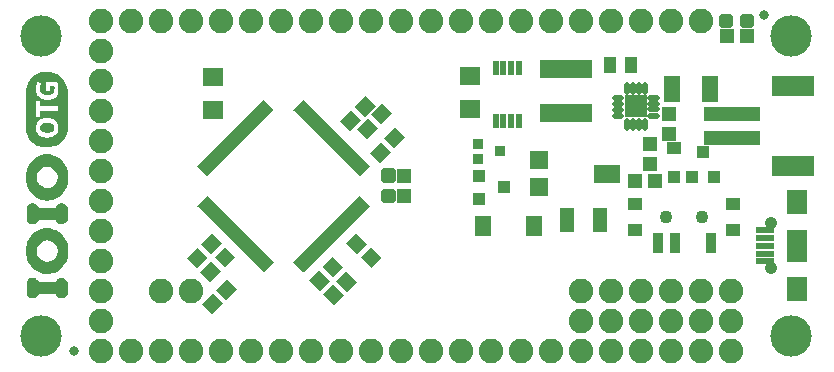
<source format=gbr>
G04 EAGLE Gerber RS-274X export*
G75*
%MOMM*%
%FSLAX34Y34*%
%LPD*%
%INSoldermask Top*%
%IPPOS*%
%AMOC8*
5,1,8,0,0,1.08239X$1,22.5*%
G01*
%ADD10R,0.423200X1.203200*%
%ADD11R,1.303200X1.203200*%
%ADD12R,1.803200X1.603200*%
%ADD13C,2.082800*%
%ADD14R,1.203200X1.303200*%
%ADD15C,3.505200*%
%ADD16C,0.505344*%
%ADD17C,0.483200*%
%ADD18R,1.883200X1.883200*%
%ADD19R,1.103200X1.003200*%
%ADD20R,0.903200X0.903200*%
%ADD21R,1.473200X1.673200*%
%ADD22R,1.203200X2.003200*%
%ADD23R,1.003200X1.403200*%
%ADD24R,1.403200X2.203200*%
%ADD25R,4.403200X1.603200*%
%ADD26R,0.603200X1.303200*%
%ADD27R,1.503200X1.503200*%
%ADD28R,2.203200X1.604800*%
%ADD29R,1.203200X1.003200*%
%ADD30R,0.903200X1.703200*%
%ADD31C,1.103200*%
%ADD32C,0.838200*%
%ADD33R,1.003200X1.103200*%
%ADD34R,1.303200X1.103200*%
%ADD35R,1.103200X1.103200*%
%ADD36R,1.603200X0.603200*%
%ADD37C,1.053200*%
%ADD38R,1.700000X2.000000*%
%ADD39R,1.700000X2.700000*%
%ADD40R,1.703200X2.003200*%
%ADD41R,1.703200X2.703200*%
%ADD42R,4.803200X1.203200*%
%ADD43R,3.603200X1.803200*%

G36*
X32163Y184861D02*
X32163Y184861D01*
X32811Y184871D01*
X32817Y184875D01*
X32821Y184872D01*
X36541Y185702D01*
X36544Y185706D01*
X36547Y185704D01*
X38381Y186392D01*
X38384Y186396D01*
X38387Y186395D01*
X40104Y187337D01*
X40105Y187341D01*
X40108Y187340D01*
X41513Y188333D01*
X41514Y188336D01*
X41516Y188335D01*
X42832Y189442D01*
X42833Y189447D01*
X42836Y189446D01*
X44394Y191097D01*
X44394Y191102D01*
X44398Y191102D01*
X45700Y192962D01*
X45700Y192967D01*
X45704Y192968D01*
X47434Y196338D01*
X47433Y196342D01*
X47436Y196343D01*
X47926Y197702D01*
X47925Y197707D01*
X47928Y197709D01*
X48238Y199119D01*
X48236Y199124D01*
X48239Y199126D01*
X48309Y200046D01*
X48308Y200049D01*
X48309Y200050D01*
X48309Y233450D01*
X48306Y233455D01*
X48309Y233458D01*
X48099Y234818D01*
X48096Y234820D01*
X48098Y234822D01*
X47696Y236463D01*
X47692Y236466D01*
X47694Y236468D01*
X47116Y238057D01*
X47112Y238059D01*
X47114Y238063D01*
X45494Y241193D01*
X45489Y241195D01*
X45490Y241199D01*
X44380Y242764D01*
X44375Y242765D01*
X44376Y242769D01*
X43072Y244176D01*
X43067Y244177D01*
X43067Y244181D01*
X41592Y245408D01*
X41587Y245408D01*
X41586Y245412D01*
X39206Y246912D01*
X39201Y246911D01*
X39200Y246915D01*
X36779Y247990D01*
X36773Y247989D01*
X36772Y247993D01*
X34213Y248678D01*
X34210Y248676D01*
X34209Y248678D01*
X32969Y248908D01*
X32950Y248899D01*
X28480Y248899D01*
X28474Y248895D01*
X28470Y248898D01*
X26025Y248378D01*
X26022Y248375D01*
X26020Y248376D01*
X23635Y247627D01*
X23633Y247623D01*
X23630Y247625D01*
X22076Y246915D01*
X22073Y246910D01*
X22069Y246911D01*
X20643Y245971D01*
X20641Y245966D01*
X20637Y245967D01*
X17677Y243347D01*
X17677Y243343D01*
X17673Y243343D01*
X16343Y241873D01*
X16343Y241869D01*
X16340Y241869D01*
X15641Y240927D01*
X15641Y240924D01*
X15638Y240923D01*
X15038Y239915D01*
X15038Y239911D01*
X15035Y239910D01*
X14495Y238690D01*
X14495Y238688D01*
X14495Y238687D01*
X14494Y238687D01*
X13644Y236337D01*
X13645Y236333D01*
X13642Y236332D01*
X13615Y236225D01*
X13590Y236127D01*
X13453Y235585D01*
X13452Y235585D01*
X13427Y235487D01*
X13290Y234945D01*
X13152Y234403D01*
X13127Y234305D01*
X13022Y233892D01*
X13023Y233891D01*
X13022Y233890D01*
X12912Y233360D01*
X12915Y233353D01*
X12911Y233350D01*
X12911Y201550D01*
X12947Y201503D01*
X12954Y201508D01*
X12960Y201501D01*
X13001Y201501D01*
X13001Y200820D01*
X13004Y200815D01*
X13001Y200812D01*
X13151Y199852D01*
X13152Y199852D01*
X13152Y199851D01*
X13425Y198379D01*
X13427Y198376D01*
X13426Y198374D01*
X13843Y196936D01*
X13846Y196934D01*
X13844Y196932D01*
X14674Y194852D01*
X14679Y194849D01*
X14677Y194846D01*
X16017Y192466D01*
X16022Y192464D01*
X16021Y192460D01*
X17601Y190360D01*
X17605Y190359D01*
X17604Y190356D01*
X18367Y189558D01*
X18372Y189557D01*
X18372Y189554D01*
X19240Y188871D01*
X19242Y188871D01*
X19242Y188870D01*
X21842Y187060D01*
X21844Y187060D01*
X21845Y187058D01*
X22724Y186527D01*
X22730Y186528D01*
X22731Y186523D01*
X23681Y186134D01*
X23683Y186135D01*
X23684Y186134D01*
X26344Y185204D01*
X26346Y185204D01*
X26347Y185203D01*
X27261Y184948D01*
X27264Y184949D01*
X27265Y184949D01*
X27269Y184949D01*
X27270Y184947D01*
X28216Y184861D01*
X28218Y184863D01*
X28220Y184861D01*
X29031Y184861D01*
X29037Y184853D01*
X29044Y184858D01*
X29050Y184851D01*
X32150Y184851D01*
X32163Y184861D01*
G37*
G36*
X31395Y139885D02*
X31395Y139885D01*
X31397Y139883D01*
X33035Y140051D01*
X33038Y140054D01*
X33041Y140052D01*
X35489Y140595D01*
X35492Y140598D01*
X35494Y140596D01*
X37875Y141383D01*
X37878Y141387D01*
X37881Y141385D01*
X39604Y142191D01*
X39607Y142195D01*
X39610Y142194D01*
X41210Y143223D01*
X41212Y143228D01*
X41215Y143227D01*
X42662Y144463D01*
X42663Y144467D01*
X42667Y144467D01*
X44725Y146744D01*
X44725Y146749D01*
X44728Y146749D01*
X46490Y149262D01*
X46490Y149266D01*
X46494Y149267D01*
X47466Y151111D01*
X47465Y151116D01*
X47469Y151117D01*
X48196Y153071D01*
X48195Y153076D01*
X48198Y153077D01*
X48668Y155109D01*
X48667Y155111D01*
X48669Y155112D01*
X49019Y157242D01*
X49016Y157247D01*
X49019Y157250D01*
X49019Y161950D01*
X49016Y161955D01*
X49019Y161958D01*
X48669Y164088D01*
X48667Y164090D01*
X48668Y164091D01*
X48198Y166123D01*
X48194Y166126D01*
X48196Y166129D01*
X47469Y168083D01*
X47465Y168085D01*
X47466Y168089D01*
X46494Y169933D01*
X46489Y169935D01*
X46490Y169938D01*
X44728Y172451D01*
X44724Y172453D01*
X44725Y172456D01*
X42667Y174733D01*
X42662Y174734D01*
X42662Y174737D01*
X41215Y175973D01*
X41210Y175973D01*
X41210Y175977D01*
X39610Y177006D01*
X39605Y177006D01*
X39604Y177010D01*
X37881Y177815D01*
X37877Y177814D01*
X37875Y177817D01*
X35494Y178604D01*
X35490Y178602D01*
X35489Y178605D01*
X33041Y179148D01*
X33037Y179146D01*
X33035Y179149D01*
X31397Y179317D01*
X31393Y179315D01*
X31391Y179318D01*
X29744Y179271D01*
X29741Y179268D01*
X29738Y179270D01*
X28112Y179009D01*
X28109Y179006D01*
X28107Y179008D01*
X25871Y178393D01*
X25869Y178391D01*
X25867Y178392D01*
X23693Y177586D01*
X23691Y177583D01*
X23688Y177584D01*
X22043Y176755D01*
X22040Y176750D01*
X22037Y176751D01*
X20521Y175705D01*
X20519Y175700D01*
X20515Y175701D01*
X19157Y174456D01*
X19156Y174452D01*
X19153Y174452D01*
X17328Y172358D01*
X17328Y172355D01*
X17325Y172355D01*
X15690Y170109D01*
X15690Y170105D01*
X15687Y170105D01*
X14869Y168685D01*
X14870Y168680D01*
X14867Y168679D01*
X14233Y167168D01*
X14235Y167163D01*
X14231Y167162D01*
X13793Y165583D01*
X13794Y165580D01*
X13792Y165579D01*
X13222Y162429D01*
X13222Y162427D01*
X13221Y162426D01*
X12981Y160546D01*
X12983Y160543D01*
X12981Y160541D01*
X12961Y159811D01*
X12965Y159805D01*
X12963Y159803D01*
X12968Y159797D01*
X12963Y159793D01*
X12964Y159791D01*
X12961Y159789D01*
X12981Y158659D01*
X12983Y158656D01*
X12981Y158654D01*
X13221Y156774D01*
X13223Y156772D01*
X13222Y156771D01*
X13792Y153621D01*
X13794Y153619D01*
X13793Y153617D01*
X14231Y152038D01*
X14235Y152035D01*
X14233Y152032D01*
X14867Y150521D01*
X14871Y150519D01*
X14869Y150515D01*
X15687Y149095D01*
X15691Y149094D01*
X15690Y149091D01*
X17325Y146845D01*
X17328Y146844D01*
X17328Y146842D01*
X19153Y144748D01*
X19157Y144747D01*
X19157Y144744D01*
X20515Y143499D01*
X20521Y143499D01*
X20521Y143495D01*
X22037Y142449D01*
X22042Y142449D01*
X22043Y142445D01*
X23688Y141616D01*
X23692Y141617D01*
X23693Y141614D01*
X25867Y140808D01*
X25870Y140809D01*
X25871Y140807D01*
X28107Y140193D01*
X28111Y140194D01*
X28112Y140191D01*
X29738Y139930D01*
X29741Y139932D01*
X29743Y139932D01*
X29744Y139929D01*
X31391Y139882D01*
X31395Y139885D01*
G37*
G36*
X31395Y77485D02*
X31395Y77485D01*
X31397Y77483D01*
X33035Y77651D01*
X33038Y77654D01*
X33041Y77652D01*
X35489Y78195D01*
X35492Y78198D01*
X35494Y78196D01*
X37875Y78983D01*
X37878Y78987D01*
X37881Y78985D01*
X39604Y79791D01*
X39607Y79795D01*
X39610Y79794D01*
X41210Y80823D01*
X41212Y80828D01*
X41215Y80827D01*
X42662Y82063D01*
X42663Y82067D01*
X42667Y82067D01*
X44725Y84344D01*
X44725Y84349D01*
X44728Y84349D01*
X46490Y86862D01*
X46490Y86866D01*
X46494Y86867D01*
X47466Y88711D01*
X47465Y88716D01*
X47469Y88717D01*
X48196Y90671D01*
X48195Y90676D01*
X48198Y90677D01*
X48668Y92709D01*
X48667Y92711D01*
X48669Y92712D01*
X49019Y94842D01*
X49016Y94847D01*
X49019Y94850D01*
X49019Y99550D01*
X49016Y99555D01*
X49019Y99558D01*
X48669Y101688D01*
X48667Y101690D01*
X48668Y101691D01*
X48198Y103723D01*
X48194Y103726D01*
X48196Y103729D01*
X47469Y105683D01*
X47465Y105685D01*
X47466Y105689D01*
X46494Y107533D01*
X46489Y107535D01*
X46490Y107538D01*
X44728Y110051D01*
X44724Y110053D01*
X44725Y110056D01*
X42667Y112333D01*
X42662Y112334D01*
X42662Y112337D01*
X41215Y113573D01*
X41210Y113573D01*
X41210Y113577D01*
X39610Y114606D01*
X39605Y114606D01*
X39604Y114610D01*
X37881Y115415D01*
X37877Y115414D01*
X37875Y115417D01*
X35494Y116204D01*
X35490Y116202D01*
X35489Y116205D01*
X33041Y116748D01*
X33037Y116746D01*
X33035Y116749D01*
X31397Y116917D01*
X31393Y116915D01*
X31391Y116918D01*
X29744Y116871D01*
X29741Y116868D01*
X29738Y116870D01*
X28112Y116609D01*
X28109Y116606D01*
X28107Y116608D01*
X25871Y115993D01*
X25869Y115991D01*
X25867Y115992D01*
X23693Y115186D01*
X23691Y115183D01*
X23688Y115184D01*
X22043Y114355D01*
X22040Y114350D01*
X22037Y114351D01*
X20521Y113305D01*
X20519Y113300D01*
X20515Y113301D01*
X19157Y112056D01*
X19156Y112052D01*
X19153Y112052D01*
X17328Y109958D01*
X17328Y109955D01*
X17325Y109955D01*
X15690Y107709D01*
X15690Y107705D01*
X15687Y107705D01*
X14869Y106285D01*
X14870Y106280D01*
X14867Y106279D01*
X14233Y104768D01*
X14235Y104763D01*
X14231Y104762D01*
X13793Y103183D01*
X13794Y103180D01*
X13792Y103179D01*
X13222Y100029D01*
X13222Y100027D01*
X13221Y100026D01*
X12981Y98146D01*
X12983Y98143D01*
X12981Y98141D01*
X12961Y97411D01*
X12965Y97405D01*
X12963Y97403D01*
X12968Y97397D01*
X12963Y97393D01*
X12964Y97391D01*
X12961Y97389D01*
X12981Y96259D01*
X12983Y96256D01*
X12981Y96254D01*
X13221Y94374D01*
X13223Y94372D01*
X13222Y94371D01*
X13792Y91221D01*
X13794Y91219D01*
X13793Y91217D01*
X14231Y89638D01*
X14235Y89635D01*
X14233Y89632D01*
X14867Y88121D01*
X14871Y88119D01*
X14869Y88115D01*
X15687Y86695D01*
X15691Y86694D01*
X15690Y86691D01*
X17325Y84445D01*
X17328Y84444D01*
X17328Y84442D01*
X19153Y82348D01*
X19157Y82347D01*
X19157Y82344D01*
X20515Y81099D01*
X20521Y81099D01*
X20521Y81095D01*
X22037Y80049D01*
X22042Y80049D01*
X22043Y80045D01*
X23688Y79216D01*
X23692Y79217D01*
X23693Y79214D01*
X25867Y78408D01*
X25870Y78409D01*
X25871Y78407D01*
X28107Y77793D01*
X28111Y77794D01*
X28112Y77791D01*
X29738Y77530D01*
X29741Y77532D01*
X29743Y77532D01*
X29744Y77529D01*
X31391Y77482D01*
X31395Y77485D01*
G37*
G36*
X214277Y79422D02*
X214277Y79422D01*
X214278Y79422D01*
X222762Y87906D01*
X222762Y87908D01*
X222763Y87909D01*
X222763Y87935D01*
X222761Y87937D01*
X222762Y87938D01*
X166756Y143944D01*
X166756Y143967D01*
X166755Y143969D01*
X166755Y143970D01*
X166753Y143970D01*
X166752Y143972D01*
X166750Y143971D01*
X166747Y143971D01*
X158238Y135462D01*
X158238Y135460D01*
X158237Y135459D01*
X158238Y135458D01*
X158238Y135455D01*
X214271Y79422D01*
X214277Y79422D01*
X214277Y79422D01*
G37*
G36*
X295530Y160829D02*
X295530Y160829D01*
X295533Y160829D01*
X304042Y169338D01*
X304042Y169345D01*
X248009Y225378D01*
X248003Y225378D01*
X248002Y225378D01*
X239519Y216894D01*
X239518Y216892D01*
X239517Y216891D01*
X239517Y216865D01*
X239519Y216863D01*
X239519Y216862D01*
X295524Y160856D01*
X295524Y160833D01*
X295525Y160832D01*
X295525Y160830D01*
X295527Y160830D01*
X295528Y160828D01*
X295530Y160829D01*
G37*
G36*
X166727Y160804D02*
X166727Y160804D01*
X166729Y160804D01*
X222735Y216809D01*
X222758Y216809D01*
X222759Y216811D01*
X222761Y216810D01*
X222761Y216812D01*
X222763Y216814D01*
X222761Y216816D01*
X222762Y216818D01*
X214253Y225327D01*
X214246Y225327D01*
X214245Y225327D01*
X158213Y169295D01*
X158213Y169288D01*
X158213Y169287D01*
X166697Y160804D01*
X166699Y160804D01*
X166700Y160802D01*
X166726Y160802D01*
X166727Y160804D01*
G37*
G36*
X248033Y79448D02*
X248033Y79448D01*
X248035Y79448D01*
X304040Y135453D01*
X304063Y135453D01*
X304065Y135454D01*
X304066Y135454D01*
X304067Y135456D01*
X304068Y135458D01*
X304067Y135459D01*
X304067Y135462D01*
X295558Y143971D01*
X295551Y143971D01*
X239518Y87938D01*
X239518Y87932D01*
X239519Y87932D01*
X239518Y87931D01*
X248002Y79448D01*
X248004Y79448D01*
X248006Y79446D01*
X248031Y79446D01*
X248033Y79448D01*
G37*
G36*
X18758Y120127D02*
X18758Y120127D01*
X18760Y120124D01*
X20134Y120231D01*
X20138Y120235D01*
X20141Y120232D01*
X20773Y120379D01*
X20777Y120384D01*
X20781Y120382D01*
X21378Y120638D01*
X21381Y120644D01*
X21385Y120642D01*
X21927Y120999D01*
X21929Y121005D01*
X21933Y121004D01*
X23283Y122254D01*
X23285Y122261D01*
X23290Y122261D01*
X23554Y122629D01*
X23554Y122638D01*
X23560Y122640D01*
X23726Y123062D01*
X23725Y123064D01*
X23727Y123066D01*
X23726Y123067D01*
X23728Y123068D01*
X23861Y123591D01*
X38041Y123591D01*
X38082Y123419D01*
X38087Y123415D01*
X38085Y123411D01*
X38335Y122821D01*
X38338Y122819D01*
X38337Y122817D01*
X38562Y122399D01*
X38568Y122396D01*
X38567Y122391D01*
X38861Y122019D01*
X38866Y122018D01*
X38866Y122015D01*
X39786Y121115D01*
X39791Y121114D01*
X39791Y121110D01*
X40365Y120696D01*
X40373Y120696D01*
X40374Y120690D01*
X41025Y120413D01*
X41033Y120415D01*
X41035Y120409D01*
X41731Y120282D01*
X41736Y120284D01*
X41739Y120281D01*
X43261Y120247D01*
X43264Y120249D01*
X43266Y120247D01*
X44784Y120361D01*
X44788Y120365D01*
X44792Y120362D01*
X45611Y120565D01*
X45616Y120572D01*
X45622Y120569D01*
X46369Y120960D01*
X46373Y120968D01*
X46379Y120967D01*
X47013Y121523D01*
X47014Y121530D01*
X47019Y121530D01*
X48089Y122950D01*
X48089Y122959D01*
X48095Y122960D01*
X48237Y123277D01*
X48234Y123286D01*
X48240Y123290D01*
X48289Y123633D01*
X48286Y123638D01*
X48289Y123640D01*
X48289Y134230D01*
X48280Y134243D01*
X48284Y134252D01*
X47820Y135191D01*
X47813Y135194D01*
X47815Y135199D01*
X47166Y136022D01*
X47159Y136024D01*
X47159Y136029D01*
X46355Y136700D01*
X46347Y136701D01*
X46346Y136706D01*
X45420Y137196D01*
X45413Y137195D01*
X45411Y137200D01*
X44404Y137487D01*
X44397Y137485D01*
X44395Y137489D01*
X43371Y137586D01*
X43366Y137583D01*
X43363Y137586D01*
X42337Y137519D01*
X42332Y137515D01*
X42329Y137518D01*
X41409Y137298D01*
X41404Y137293D01*
X41400Y137295D01*
X40295Y136800D01*
X40291Y136793D01*
X40287Y136795D01*
X39298Y136096D01*
X39295Y136089D01*
X39290Y136090D01*
X38454Y135214D01*
X38454Y135206D01*
X38448Y135206D01*
X38241Y134871D01*
X38241Y134865D01*
X38238Y134863D01*
X38239Y134862D01*
X38236Y134861D01*
X38107Y134488D01*
X38110Y134480D01*
X38105Y134477D01*
X38061Y134085D01*
X38063Y134082D01*
X38061Y134080D01*
X38061Y134029D01*
X23967Y134029D01*
X23907Y134243D01*
X23904Y134246D01*
X23905Y134249D01*
X23674Y134800D01*
X23668Y134803D01*
X23670Y134808D01*
X23341Y135307D01*
X23336Y135309D01*
X23337Y135313D01*
X22642Y136080D01*
X22637Y136080D01*
X22637Y136084D01*
X21852Y136757D01*
X21846Y136758D01*
X21845Y136762D01*
X21205Y137145D01*
X21197Y137144D01*
X21195Y137149D01*
X20488Y137386D01*
X20480Y137384D01*
X20477Y137389D01*
X19735Y137469D01*
X19732Y137467D01*
X19730Y137469D01*
X17780Y137469D01*
X17777Y137467D01*
X17775Y137469D01*
X16838Y137363D01*
X16832Y137358D01*
X16827Y137361D01*
X15937Y137050D01*
X15933Y137043D01*
X15927Y137045D01*
X15129Y136543D01*
X15126Y136536D01*
X15120Y136536D01*
X14454Y135870D01*
X14453Y135862D01*
X14447Y135861D01*
X13945Y135063D01*
X13946Y135055D01*
X13940Y135053D01*
X13629Y134163D01*
X13632Y134155D01*
X13627Y134152D01*
X13521Y133216D01*
X13523Y133212D01*
X13521Y133210D01*
X13531Y123810D01*
X13534Y123806D01*
X13531Y123804D01*
X13551Y123654D01*
X13554Y123650D01*
X13552Y123648D01*
X13642Y123298D01*
X13646Y123295D01*
X13644Y123292D01*
X13721Y123097D01*
X13727Y123094D01*
X13725Y123089D01*
X13839Y122913D01*
X13841Y122913D01*
X13840Y122911D01*
X14860Y121511D01*
X14868Y121509D01*
X14867Y121503D01*
X15577Y120868D01*
X15586Y120867D01*
X15587Y120861D01*
X16431Y120418D01*
X16439Y120420D01*
X16442Y120414D01*
X17369Y120192D01*
X17375Y120195D01*
X17378Y120191D01*
X18754Y120124D01*
X18758Y120127D01*
G37*
G36*
X18758Y57127D02*
X18758Y57127D01*
X18760Y57124D01*
X20134Y57231D01*
X20138Y57235D01*
X20141Y57232D01*
X20773Y57379D01*
X20777Y57384D01*
X20781Y57382D01*
X21378Y57638D01*
X21381Y57644D01*
X21385Y57642D01*
X21927Y57999D01*
X21929Y58005D01*
X21933Y58004D01*
X23283Y59254D01*
X23285Y59261D01*
X23290Y59261D01*
X23554Y59629D01*
X23554Y59638D01*
X23560Y59640D01*
X23726Y60062D01*
X23725Y60064D01*
X23727Y60066D01*
X23726Y60067D01*
X23728Y60068D01*
X23861Y60591D01*
X38041Y60591D01*
X38082Y60419D01*
X38087Y60415D01*
X38085Y60411D01*
X38335Y59821D01*
X38338Y59819D01*
X38337Y59817D01*
X38562Y59399D01*
X38568Y59396D01*
X38567Y59391D01*
X38861Y59019D01*
X38866Y59018D01*
X38866Y59015D01*
X39786Y58115D01*
X39791Y58114D01*
X39791Y58110D01*
X40365Y57696D01*
X40373Y57696D01*
X40374Y57690D01*
X41025Y57413D01*
X41033Y57415D01*
X41035Y57409D01*
X41731Y57282D01*
X41736Y57284D01*
X41739Y57281D01*
X43261Y57247D01*
X43264Y57249D01*
X43266Y57247D01*
X44784Y57361D01*
X44788Y57365D01*
X44792Y57362D01*
X45611Y57565D01*
X45616Y57572D01*
X45622Y57569D01*
X46369Y57960D01*
X46373Y57968D01*
X46379Y57967D01*
X47013Y58523D01*
X47014Y58530D01*
X47019Y58530D01*
X48089Y59950D01*
X48089Y59959D01*
X48095Y59960D01*
X48237Y60277D01*
X48234Y60286D01*
X48240Y60290D01*
X48289Y60633D01*
X48286Y60638D01*
X48289Y60640D01*
X48289Y71230D01*
X48280Y71243D01*
X48284Y71252D01*
X47820Y72191D01*
X47813Y72194D01*
X47815Y72199D01*
X47166Y73022D01*
X47159Y73024D01*
X47159Y73029D01*
X46355Y73700D01*
X46347Y73701D01*
X46346Y73706D01*
X45420Y74196D01*
X45413Y74195D01*
X45411Y74200D01*
X44404Y74487D01*
X44397Y74485D01*
X44395Y74489D01*
X43371Y74586D01*
X43366Y74583D01*
X43363Y74586D01*
X42337Y74519D01*
X42332Y74515D01*
X42329Y74518D01*
X41409Y74298D01*
X41404Y74293D01*
X41400Y74295D01*
X40295Y73800D01*
X40291Y73793D01*
X40287Y73795D01*
X39298Y73096D01*
X39295Y73089D01*
X39290Y73090D01*
X38454Y72214D01*
X38454Y72206D01*
X38448Y72206D01*
X38241Y71871D01*
X38241Y71865D01*
X38238Y71863D01*
X38239Y71862D01*
X38236Y71861D01*
X38107Y71488D01*
X38110Y71480D01*
X38105Y71477D01*
X38061Y71085D01*
X38063Y71082D01*
X38061Y71080D01*
X38061Y71029D01*
X23967Y71029D01*
X23907Y71243D01*
X23904Y71246D01*
X23905Y71249D01*
X23674Y71800D01*
X23668Y71803D01*
X23670Y71808D01*
X23341Y72307D01*
X23336Y72309D01*
X23337Y72313D01*
X22642Y73080D01*
X22637Y73080D01*
X22637Y73084D01*
X21852Y73757D01*
X21846Y73758D01*
X21845Y73762D01*
X21205Y74145D01*
X21197Y74144D01*
X21195Y74149D01*
X20488Y74386D01*
X20480Y74384D01*
X20477Y74389D01*
X19735Y74469D01*
X19732Y74467D01*
X19730Y74469D01*
X17780Y74469D01*
X17777Y74467D01*
X17775Y74469D01*
X16838Y74363D01*
X16832Y74358D01*
X16827Y74361D01*
X15937Y74050D01*
X15933Y74043D01*
X15927Y74045D01*
X15129Y73543D01*
X15126Y73536D01*
X15120Y73536D01*
X14454Y72870D01*
X14453Y72862D01*
X14447Y72861D01*
X13945Y72063D01*
X13946Y72055D01*
X13940Y72053D01*
X13629Y71163D01*
X13632Y71155D01*
X13627Y71152D01*
X13521Y70216D01*
X13523Y70212D01*
X13521Y70210D01*
X13531Y60810D01*
X13534Y60806D01*
X13531Y60804D01*
X13551Y60654D01*
X13554Y60650D01*
X13552Y60648D01*
X13642Y60298D01*
X13646Y60295D01*
X13644Y60292D01*
X13721Y60097D01*
X13727Y60094D01*
X13725Y60089D01*
X13839Y59913D01*
X13841Y59913D01*
X13840Y59911D01*
X14860Y58511D01*
X14868Y58509D01*
X14867Y58503D01*
X15577Y57868D01*
X15586Y57867D01*
X15587Y57861D01*
X16431Y57418D01*
X16439Y57420D01*
X16442Y57414D01*
X17369Y57192D01*
X17375Y57195D01*
X17378Y57191D01*
X18754Y57124D01*
X18758Y57127D01*
G37*
%LPC*%
G36*
X29973Y193229D02*
X29973Y193229D01*
X28348Y193409D01*
X26972Y193703D01*
X25667Y194227D01*
X24470Y194964D01*
X23419Y195892D01*
X21945Y198461D01*
X21629Y199346D01*
X21529Y200283D01*
X21509Y201549D01*
X21609Y203242D01*
X22007Y204735D01*
X22283Y205464D01*
X22700Y206121D01*
X23696Y207317D01*
X24070Y207689D01*
X24488Y208009D01*
X25644Y208682D01*
X26876Y209203D01*
X27856Y209472D01*
X28866Y209601D01*
X28867Y209601D01*
X29325Y209665D01*
X29329Y209669D01*
X29333Y209667D01*
X29767Y209801D01*
X32456Y209801D01*
X34350Y209502D01*
X35443Y209238D01*
X36478Y208804D01*
X37431Y208210D01*
X38163Y207603D01*
X38822Y206918D01*
X39583Y205838D01*
X40119Y204632D01*
X40411Y203343D01*
X40511Y201550D01*
X40461Y200446D01*
X40162Y198762D01*
X39827Y197791D01*
X39333Y196889D01*
X38694Y196084D01*
X37511Y195022D01*
X36167Y194174D01*
X34965Y193684D01*
X33692Y193419D01*
X32037Y193229D01*
X29973Y193229D01*
G37*
%LPD*%
%LPC*%
G36*
X30159Y150635D02*
X30159Y150635D01*
X29120Y150829D01*
X28131Y151205D01*
X26842Y151902D01*
X25620Y152709D01*
X24754Y153466D01*
X24041Y154368D01*
X22765Y156561D01*
X22445Y157379D01*
X22299Y158246D01*
X22199Y159793D01*
X22197Y159796D01*
X22197Y159797D01*
X22193Y159802D01*
X22199Y159806D01*
X22299Y160954D01*
X22445Y161821D01*
X22765Y162639D01*
X24041Y164832D01*
X24754Y165734D01*
X25620Y166491D01*
X26842Y167298D01*
X28131Y167995D01*
X29120Y168371D01*
X30159Y168565D01*
X31216Y168571D01*
X33439Y168222D01*
X34280Y167956D01*
X35070Y167563D01*
X35789Y167052D01*
X37644Y165376D01*
X38522Y164307D01*
X39144Y163072D01*
X39801Y160791D01*
X39929Y159600D01*
X39801Y158409D01*
X39789Y158365D01*
X39789Y158364D01*
X39774Y158315D01*
X39732Y158168D01*
X39732Y158167D01*
X39718Y158118D01*
X39703Y158069D01*
X39661Y157921D01*
X39647Y157872D01*
X39632Y157823D01*
X39604Y157724D01*
X39590Y157675D01*
X39576Y157626D01*
X39533Y157478D01*
X39519Y157429D01*
X39505Y157380D01*
X39505Y157379D01*
X39462Y157232D01*
X39448Y157183D01*
X39448Y157182D01*
X39405Y157035D01*
X39391Y156986D01*
X39391Y156985D01*
X39377Y156936D01*
X39334Y156789D01*
X39334Y156788D01*
X39320Y156739D01*
X39306Y156690D01*
X39278Y156592D01*
X39278Y156591D01*
X39263Y156542D01*
X39249Y156493D01*
X39207Y156345D01*
X39192Y156296D01*
X39178Y156247D01*
X39150Y156148D01*
X39144Y156128D01*
X38522Y154893D01*
X37644Y153824D01*
X35789Y152148D01*
X35070Y151637D01*
X34280Y151244D01*
X33439Y150978D01*
X31216Y150629D01*
X30159Y150635D01*
G37*
%LPD*%
%LPC*%
G36*
X30159Y88235D02*
X30159Y88235D01*
X29120Y88429D01*
X28131Y88805D01*
X26842Y89502D01*
X25620Y90309D01*
X24754Y91066D01*
X24041Y91968D01*
X22765Y94161D01*
X22445Y94979D01*
X22299Y95846D01*
X22199Y97393D01*
X22197Y97396D01*
X22197Y97397D01*
X22193Y97402D01*
X22199Y97406D01*
X22299Y98554D01*
X22445Y99421D01*
X22765Y100239D01*
X24041Y102432D01*
X24754Y103334D01*
X25620Y104091D01*
X26842Y104898D01*
X28131Y105595D01*
X29120Y105971D01*
X30159Y106165D01*
X31216Y106171D01*
X33439Y105822D01*
X34280Y105556D01*
X35070Y105163D01*
X35789Y104652D01*
X37644Y102976D01*
X38522Y101907D01*
X39144Y100672D01*
X39801Y98391D01*
X39929Y97200D01*
X39801Y96009D01*
X39789Y95965D01*
X39789Y95964D01*
X39774Y95915D01*
X39732Y95768D01*
X39732Y95767D01*
X39718Y95718D01*
X39703Y95669D01*
X39661Y95521D01*
X39647Y95472D01*
X39632Y95423D01*
X39604Y95324D01*
X39590Y95275D01*
X39576Y95226D01*
X39533Y95078D01*
X39519Y95029D01*
X39505Y94980D01*
X39505Y94979D01*
X39462Y94832D01*
X39448Y94783D01*
X39448Y94782D01*
X39405Y94635D01*
X39391Y94586D01*
X39391Y94585D01*
X39377Y94536D01*
X39334Y94389D01*
X39334Y94388D01*
X39320Y94339D01*
X39306Y94290D01*
X39278Y94192D01*
X39278Y94191D01*
X39263Y94142D01*
X39249Y94093D01*
X39207Y93945D01*
X39192Y93896D01*
X39178Y93847D01*
X39150Y93748D01*
X39144Y93728D01*
X38522Y92493D01*
X37644Y91424D01*
X35789Y89748D01*
X35070Y89237D01*
X34280Y88844D01*
X33439Y88578D01*
X31216Y88229D01*
X30159Y88235D01*
G37*
%LPD*%
%LPC*%
G36*
X29087Y225409D02*
X29087Y225409D01*
X27707Y225705D01*
X26403Y226244D01*
X24849Y227258D01*
X23518Y228552D01*
X22766Y229608D01*
X22201Y230775D01*
X21838Y232022D01*
X21609Y233155D01*
X21589Y233951D01*
X21589Y235767D01*
X21719Y236982D01*
X22127Y238816D01*
X22748Y240503D01*
X25817Y239115D01*
X25504Y238338D01*
X25505Y238337D01*
X25504Y238336D01*
X25114Y237216D01*
X25114Y237213D01*
X25112Y237212D01*
X25023Y236862D01*
X25025Y236857D01*
X25021Y236854D01*
X24991Y236494D01*
X24993Y236491D01*
X24991Y236490D01*
X24991Y233570D01*
X25007Y233549D01*
X25005Y233535D01*
X25080Y233460D01*
X25210Y233230D01*
X25251Y232964D01*
X25295Y232583D01*
X25302Y232575D01*
X25298Y232569D01*
X25449Y232216D01*
X25458Y232211D01*
X25457Y232204D01*
X25702Y231909D01*
X25704Y231908D01*
X25704Y231907D01*
X26634Y230887D01*
X26635Y230887D01*
X26635Y230885D01*
X27086Y230433D01*
X27096Y230431D01*
X27097Y230424D01*
X27656Y230117D01*
X27664Y230118D01*
X27666Y230113D01*
X29199Y229668D01*
X29204Y229671D01*
X29206Y229667D01*
X30789Y229465D01*
X30794Y229468D01*
X30797Y229465D01*
X32391Y229511D01*
X32394Y229513D01*
X32396Y229511D01*
X33296Y229621D01*
X33299Y229624D01*
X33301Y229622D01*
X34151Y229810D01*
X34155Y229814D01*
X34159Y229812D01*
X34968Y230134D01*
X34971Y230140D01*
X34976Y230138D01*
X35662Y230556D01*
X35665Y230562D01*
X35669Y230561D01*
X36273Y231093D01*
X36274Y231100D01*
X36279Y231100D01*
X36604Y231534D01*
X36604Y231542D01*
X36610Y231544D01*
X36825Y232040D01*
X36824Y232045D01*
X36827Y232046D01*
X37187Y233246D01*
X37184Y233255D01*
X37189Y233260D01*
X37209Y235450D01*
X37205Y235455D01*
X37208Y235459D01*
X37008Y236559D01*
X36965Y236599D01*
X36962Y236596D01*
X36960Y236599D01*
X33360Y236599D01*
X33313Y236563D01*
X33318Y236556D01*
X33311Y236550D01*
X33311Y233099D01*
X29809Y233099D01*
X29809Y240601D01*
X39388Y240601D01*
X39852Y239217D01*
X40282Y237121D01*
X40511Y235646D01*
X40511Y233452D01*
X40401Y231898D01*
X40307Y231552D01*
X39964Y230287D01*
X39387Y229063D01*
X38902Y228234D01*
X38256Y227528D01*
X37474Y226972D01*
X36226Y226322D01*
X34924Y225787D01*
X33773Y225457D01*
X32587Y225299D01*
X30834Y225275D01*
X29087Y225409D01*
G37*
%LPD*%
%LPC*%
G36*
X21809Y210999D02*
X21809Y210999D01*
X21809Y224201D01*
X25111Y224201D01*
X25111Y219650D01*
X25147Y219603D01*
X25154Y219608D01*
X25160Y219601D01*
X40311Y219601D01*
X40311Y215599D01*
X25160Y215599D01*
X25113Y215563D01*
X25118Y215556D01*
X25111Y215550D01*
X25111Y210999D01*
X21809Y210999D01*
G37*
%LPD*%
G36*
X32415Y197375D02*
X32415Y197375D01*
X32419Y197372D01*
X33719Y197602D01*
X33723Y197606D01*
X33726Y197603D01*
X35276Y198133D01*
X35283Y198143D01*
X35290Y198141D01*
X36420Y199021D01*
X36421Y199025D01*
X36424Y199025D01*
X36573Y199170D01*
X36574Y199178D01*
X36580Y199179D01*
X36692Y199353D01*
X36691Y199361D01*
X36696Y199362D01*
X37136Y200512D01*
X37133Y200521D01*
X37139Y200524D01*
X37179Y200874D01*
X37176Y200879D01*
X37179Y200881D01*
X37149Y202341D01*
X37145Y202346D01*
X37148Y202350D01*
X37031Y202929D01*
X37025Y202934D01*
X37028Y202939D01*
X36791Y203480D01*
X36784Y203484D01*
X36786Y203490D01*
X36440Y203969D01*
X36437Y203970D01*
X36438Y203972D01*
X36338Y204092D01*
X36099Y204381D01*
X36092Y204383D01*
X36092Y204389D01*
X35798Y204622D01*
X35790Y204622D01*
X35789Y204628D01*
X35452Y204794D01*
X35450Y204794D01*
X35450Y204795D01*
X34450Y205245D01*
X34444Y205243D01*
X34442Y205248D01*
X33502Y205488D01*
X33496Y205485D01*
X33494Y205489D01*
X31296Y205660D01*
X31293Y205658D01*
X31291Y205661D01*
X29088Y205579D01*
X29083Y205575D01*
X29080Y205578D01*
X27744Y205301D01*
X27738Y205295D01*
X27733Y205298D01*
X26490Y204735D01*
X26486Y204727D01*
X26480Y204729D01*
X25911Y204291D01*
X25908Y204283D01*
X25902Y204283D01*
X25454Y203722D01*
X25453Y203714D01*
X25447Y203712D01*
X25145Y203061D01*
X25147Y203054D01*
X25142Y203052D01*
X25022Y202552D01*
X25026Y202544D01*
X25021Y202540D01*
X25021Y201670D01*
X25013Y201663D01*
X25018Y201656D01*
X25011Y201650D01*
X25011Y200250D01*
X25020Y200238D01*
X25016Y200229D01*
X25396Y199429D01*
X25400Y199426D01*
X25399Y199423D01*
X25710Y198955D01*
X25719Y198951D01*
X25719Y198944D01*
X26148Y198582D01*
X26156Y198582D01*
X26157Y198577D01*
X27457Y197877D01*
X27462Y197877D01*
X27463Y197874D01*
X28020Y197672D01*
X28026Y197674D01*
X28028Y197670D01*
X28611Y197562D01*
X28612Y197562D01*
X28613Y197561D01*
X29631Y197406D01*
X29657Y197373D01*
X29664Y197378D01*
X29670Y197371D01*
X32410Y197371D01*
X32415Y197375D01*
G37*
D10*
G36*
X161208Y132508D02*
X158215Y135501D01*
X166722Y144008D01*
X169715Y141015D01*
X161208Y132508D01*
G37*
G36*
X164743Y128972D02*
X161750Y131965D01*
X170257Y140472D01*
X173250Y137479D01*
X164743Y128972D01*
G37*
G36*
X168279Y125437D02*
X165286Y128430D01*
X173793Y136937D01*
X176786Y133944D01*
X168279Y125437D01*
G37*
G36*
X171814Y121901D02*
X168821Y124894D01*
X177328Y133401D01*
X180321Y130408D01*
X171814Y121901D01*
G37*
G36*
X175350Y118366D02*
X172357Y121359D01*
X180864Y129866D01*
X183857Y126873D01*
X175350Y118366D01*
G37*
G36*
X178886Y114830D02*
X175893Y117823D01*
X184400Y126330D01*
X187393Y123337D01*
X178886Y114830D01*
G37*
G36*
X182421Y111295D02*
X179428Y114288D01*
X187935Y122795D01*
X190928Y119802D01*
X182421Y111295D01*
G37*
G36*
X185957Y107759D02*
X182964Y110752D01*
X191471Y119259D01*
X194464Y116266D01*
X185957Y107759D01*
G37*
G36*
X189492Y104224D02*
X186499Y107217D01*
X195006Y115724D01*
X197999Y112731D01*
X189492Y104224D01*
G37*
G36*
X193028Y100688D02*
X190035Y103681D01*
X198542Y112188D01*
X201535Y109195D01*
X193028Y100688D01*
G37*
G36*
X196563Y97153D02*
X193570Y100146D01*
X202077Y108653D01*
X205070Y105660D01*
X196563Y97153D01*
G37*
G36*
X200099Y93617D02*
X197106Y96610D01*
X205613Y105117D01*
X208606Y102124D01*
X200099Y93617D01*
G37*
G36*
X203634Y90081D02*
X200641Y93074D01*
X209148Y101581D01*
X212141Y98588D01*
X203634Y90081D01*
G37*
G36*
X207170Y86546D02*
X204177Y89539D01*
X212684Y98046D01*
X215677Y95053D01*
X207170Y86546D01*
G37*
G36*
X210705Y83010D02*
X207712Y86003D01*
X216219Y94510D01*
X219212Y91517D01*
X210705Y83010D01*
G37*
G36*
X214241Y79475D02*
X211248Y82468D01*
X219755Y90975D01*
X222748Y87982D01*
X214241Y79475D01*
G37*
G36*
X251032Y82468D02*
X248039Y79475D01*
X239532Y87982D01*
X242525Y90975D01*
X251032Y82468D01*
G37*
G36*
X254568Y86003D02*
X251575Y83010D01*
X243068Y91517D01*
X246061Y94510D01*
X254568Y86003D01*
G37*
G36*
X258103Y89539D02*
X255110Y86546D01*
X246603Y95053D01*
X249596Y98046D01*
X258103Y89539D01*
G37*
G36*
X261639Y93074D02*
X258646Y90081D01*
X250139Y98588D01*
X253132Y101581D01*
X261639Y93074D01*
G37*
G36*
X265174Y96610D02*
X262181Y93617D01*
X253674Y102124D01*
X256667Y105117D01*
X265174Y96610D01*
G37*
G36*
X268710Y100146D02*
X265717Y97153D01*
X257210Y105660D01*
X260203Y108653D01*
X268710Y100146D01*
G37*
G36*
X272245Y103681D02*
X269252Y100688D01*
X260745Y109195D01*
X263738Y112188D01*
X272245Y103681D01*
G37*
G36*
X275781Y107217D02*
X272788Y104224D01*
X264281Y112731D01*
X267274Y115724D01*
X275781Y107217D01*
G37*
G36*
X279316Y110752D02*
X276323Y107759D01*
X267816Y116266D01*
X270809Y119259D01*
X279316Y110752D01*
G37*
G36*
X282852Y114288D02*
X279859Y111295D01*
X271352Y119802D01*
X274345Y122795D01*
X282852Y114288D01*
G37*
G36*
X286387Y117823D02*
X283394Y114830D01*
X274887Y123337D01*
X277880Y126330D01*
X286387Y117823D01*
G37*
G36*
X289923Y121359D02*
X286930Y118366D01*
X278423Y126873D01*
X281416Y129866D01*
X289923Y121359D01*
G37*
G36*
X293459Y124894D02*
X290466Y121901D01*
X281959Y130408D01*
X284952Y133401D01*
X293459Y124894D01*
G37*
G36*
X296994Y128430D02*
X294001Y125437D01*
X285494Y133944D01*
X288487Y136937D01*
X296994Y128430D01*
G37*
G36*
X300530Y131965D02*
X297537Y128972D01*
X289030Y137479D01*
X292023Y140472D01*
X300530Y131965D01*
G37*
G36*
X304065Y135501D02*
X301072Y132508D01*
X292565Y141015D01*
X295558Y144008D01*
X304065Y135501D01*
G37*
G36*
X301072Y172292D02*
X304065Y169299D01*
X295558Y160792D01*
X292565Y163785D01*
X301072Y172292D01*
G37*
G36*
X297537Y175828D02*
X300530Y172835D01*
X292023Y164328D01*
X289030Y167321D01*
X297537Y175828D01*
G37*
G36*
X294001Y179363D02*
X296994Y176370D01*
X288487Y167863D01*
X285494Y170856D01*
X294001Y179363D01*
G37*
G36*
X290466Y182899D02*
X293459Y179906D01*
X284952Y171399D01*
X281959Y174392D01*
X290466Y182899D01*
G37*
G36*
X286930Y186434D02*
X289923Y183441D01*
X281416Y174934D01*
X278423Y177927D01*
X286930Y186434D01*
G37*
G36*
X283394Y189970D02*
X286387Y186977D01*
X277880Y178470D01*
X274887Y181463D01*
X283394Y189970D01*
G37*
G36*
X279859Y193505D02*
X282852Y190512D01*
X274345Y182005D01*
X271352Y184998D01*
X279859Y193505D01*
G37*
G36*
X276323Y197041D02*
X279316Y194048D01*
X270809Y185541D01*
X267816Y188534D01*
X276323Y197041D01*
G37*
G36*
X272788Y200576D02*
X275781Y197583D01*
X267274Y189076D01*
X264281Y192069D01*
X272788Y200576D01*
G37*
G36*
X269252Y204112D02*
X272245Y201119D01*
X263738Y192612D01*
X260745Y195605D01*
X269252Y204112D01*
G37*
G36*
X265717Y207647D02*
X268710Y204654D01*
X260203Y196147D01*
X257210Y199140D01*
X265717Y207647D01*
G37*
G36*
X262181Y211183D02*
X265174Y208190D01*
X256667Y199683D01*
X253674Y202676D01*
X262181Y211183D01*
G37*
G36*
X258646Y214719D02*
X261639Y211726D01*
X253132Y203219D01*
X250139Y206212D01*
X258646Y214719D01*
G37*
G36*
X255110Y218254D02*
X258103Y215261D01*
X249596Y206754D01*
X246603Y209747D01*
X255110Y218254D01*
G37*
G36*
X251575Y221790D02*
X254568Y218797D01*
X246061Y210290D01*
X243068Y213283D01*
X251575Y221790D01*
G37*
G36*
X248039Y225325D02*
X251032Y222332D01*
X242525Y213825D01*
X239532Y216818D01*
X248039Y225325D01*
G37*
G36*
X211248Y222332D02*
X214241Y225325D01*
X222748Y216818D01*
X219755Y213825D01*
X211248Y222332D01*
G37*
G36*
X207712Y218797D02*
X210705Y221790D01*
X219212Y213283D01*
X216219Y210290D01*
X207712Y218797D01*
G37*
G36*
X204177Y215261D02*
X207170Y218254D01*
X215677Y209747D01*
X212684Y206754D01*
X204177Y215261D01*
G37*
G36*
X200641Y211726D02*
X203634Y214719D01*
X212141Y206212D01*
X209148Y203219D01*
X200641Y211726D01*
G37*
G36*
X197106Y208190D02*
X200099Y211183D01*
X208606Y202676D01*
X205613Y199683D01*
X197106Y208190D01*
G37*
G36*
X193570Y204654D02*
X196563Y207647D01*
X205070Y199140D01*
X202077Y196147D01*
X193570Y204654D01*
G37*
G36*
X190035Y201119D02*
X193028Y204112D01*
X201535Y195605D01*
X198542Y192612D01*
X190035Y201119D01*
G37*
G36*
X186499Y197583D02*
X189492Y200576D01*
X197999Y192069D01*
X195006Y189076D01*
X186499Y197583D01*
G37*
G36*
X182964Y194048D02*
X185957Y197041D01*
X194464Y188534D01*
X191471Y185541D01*
X182964Y194048D01*
G37*
G36*
X179428Y190512D02*
X182421Y193505D01*
X190928Y184998D01*
X187935Y182005D01*
X179428Y190512D01*
G37*
G36*
X175893Y186977D02*
X178886Y189970D01*
X187393Y181463D01*
X184400Y178470D01*
X175893Y186977D01*
G37*
G36*
X172357Y183441D02*
X175350Y186434D01*
X183857Y177927D01*
X180864Y174934D01*
X172357Y183441D01*
G37*
G36*
X168821Y179906D02*
X171814Y182899D01*
X180321Y174392D01*
X177328Y171399D01*
X168821Y179906D01*
G37*
G36*
X165286Y176370D02*
X168279Y179363D01*
X176786Y170856D01*
X173793Y167863D01*
X165286Y176370D01*
G37*
G36*
X161750Y172835D02*
X164743Y175828D01*
X173250Y167321D01*
X170257Y164328D01*
X161750Y172835D01*
G37*
G36*
X158215Y169299D02*
X161208Y172292D01*
X169715Y163785D01*
X166722Y160792D01*
X158215Y169299D01*
G37*
D11*
G36*
X262028Y63456D02*
X252814Y72670D01*
X261322Y81178D01*
X270536Y71964D01*
X262028Y63456D01*
G37*
G36*
X274049Y51435D02*
X264835Y60649D01*
X273343Y69157D01*
X282557Y59943D01*
X274049Y51435D01*
G37*
G36*
X310953Y201607D02*
X301739Y192393D01*
X293231Y200901D01*
X302445Y210115D01*
X310953Y201607D01*
G37*
G36*
X322973Y213627D02*
X313759Y204413D01*
X305251Y212921D01*
X314465Y222135D01*
X322973Y213627D01*
G37*
G36*
X293555Y94685D02*
X284341Y103899D01*
X292849Y112407D01*
X302063Y103193D01*
X293555Y94685D01*
G37*
G36*
X305575Y82665D02*
X296361Y91879D01*
X304869Y100387D01*
X314083Y91173D01*
X305575Y82665D01*
G37*
G36*
X174287Y64152D02*
X183501Y73366D01*
X192009Y64858D01*
X182795Y55644D01*
X174287Y64152D01*
G37*
G36*
X162266Y52131D02*
X171480Y61345D01*
X179988Y52837D01*
X170774Y43623D01*
X162266Y52131D01*
G37*
D12*
X171196Y244886D03*
X171196Y216886D03*
D11*
G36*
X178365Y80449D02*
X169151Y71235D01*
X160643Y79743D01*
X169857Y88957D01*
X178365Y80449D01*
G37*
G36*
X190385Y92469D02*
X181171Y83255D01*
X172663Y91763D01*
X181877Y100977D01*
X190385Y92469D01*
G37*
G36*
X322129Y181287D02*
X312915Y172073D01*
X304407Y180581D01*
X313621Y189795D01*
X322129Y181287D01*
G37*
G36*
X334149Y193307D02*
X324935Y184093D01*
X316427Y192601D01*
X325641Y201815D01*
X334149Y193307D01*
G37*
D13*
X508000Y63500D03*
X508000Y38100D03*
X508000Y12700D03*
X533400Y63500D03*
X533400Y38100D03*
X533400Y12700D03*
X558800Y63500D03*
X558800Y38100D03*
X558800Y12700D03*
D14*
X332740Y160900D03*
X332740Y143900D03*
D11*
G36*
X161487Y102939D02*
X170701Y112153D01*
X179209Y103645D01*
X169995Y94431D01*
X161487Y102939D01*
G37*
G36*
X149467Y90919D02*
X158681Y100133D01*
X167189Y91625D01*
X157975Y82411D01*
X149467Y90919D01*
G37*
D15*
X660400Y279400D03*
X660400Y25400D03*
X25400Y279400D03*
X25400Y25400D03*
D16*
X316550Y147120D02*
X323530Y147120D01*
X323530Y140140D01*
X316550Y140140D01*
X316550Y147120D01*
X316550Y144940D02*
X323530Y144940D01*
X323530Y164660D02*
X316550Y164660D01*
X323530Y164660D02*
X323530Y157680D01*
X316550Y157680D01*
X316550Y164660D01*
X316550Y162480D02*
X323530Y162480D01*
D13*
X584200Y63500D03*
X584200Y38100D03*
X584200Y12700D03*
D11*
X623180Y279400D03*
X606180Y279400D03*
D16*
X609400Y288610D02*
X609400Y295590D01*
X609400Y288610D02*
X602420Y288610D01*
X602420Y295590D01*
X609400Y295590D01*
X609400Y293410D02*
X602420Y293410D01*
X626940Y295590D02*
X626940Y288610D01*
X619960Y288610D01*
X619960Y295590D01*
X626940Y295590D01*
X626940Y293410D02*
X619960Y293410D01*
D13*
X127000Y63500D03*
X482600Y12700D03*
X482600Y38100D03*
X482600Y63500D03*
D17*
X511499Y227007D02*
X517199Y227007D01*
X517199Y222032D02*
X511499Y222032D01*
X511448Y217007D02*
X517148Y217007D01*
X517173Y211769D02*
X511473Y211769D01*
X521938Y207226D02*
X521938Y201526D01*
X526938Y201526D02*
X526938Y207226D01*
X532217Y207226D02*
X532217Y201526D01*
X537217Y201526D02*
X537217Y207226D01*
X541769Y211804D02*
X547469Y211804D01*
X547419Y217058D02*
X541719Y217058D01*
X541719Y222058D02*
X547419Y222058D01*
X547393Y227058D02*
X541693Y227058D01*
X537166Y231839D02*
X537166Y237539D01*
X532166Y237539D02*
X532166Y231839D01*
X527115Y231839D02*
X527115Y237539D01*
X522166Y237539D02*
X522166Y231839D01*
D18*
X529497Y219583D03*
D19*
X396400Y160630D03*
X396400Y141630D03*
X417400Y151130D03*
D20*
X395880Y188110D03*
X395880Y175110D03*
X414380Y181610D03*
D21*
X443140Y118110D03*
X400140Y118110D03*
D22*
X499140Y123190D03*
X471140Y123190D03*
D11*
G36*
X296983Y207957D02*
X287769Y198743D01*
X279261Y207251D01*
X288475Y216465D01*
X296983Y207957D01*
G37*
G36*
X309003Y219977D02*
X299789Y210763D01*
X291281Y219271D01*
X300495Y228485D01*
X309003Y219977D01*
G37*
D12*
X388620Y217140D03*
X388620Y245140D03*
D23*
X507255Y255067D03*
X525255Y255067D03*
D14*
X541020Y187621D03*
X541020Y170621D03*
D24*
X559970Y234264D03*
X591970Y234264D03*
D25*
X470052Y214266D03*
X470052Y251266D03*
D26*
X430120Y252370D03*
X423620Y252370D03*
X417120Y252370D03*
X410620Y252370D03*
X410620Y207370D03*
X417120Y207370D03*
X423620Y207370D03*
X430120Y207370D03*
D13*
X457200Y12700D03*
X431800Y12700D03*
X406400Y12700D03*
X381000Y12700D03*
X355600Y12700D03*
X330200Y12700D03*
X304800Y12700D03*
X279400Y12700D03*
X254000Y12700D03*
X228600Y12700D03*
X203200Y12700D03*
X177800Y12700D03*
X152400Y12700D03*
X127000Y12700D03*
X101600Y12700D03*
X76200Y12700D03*
X558800Y292100D03*
X533400Y292100D03*
X508000Y292100D03*
X482600Y292100D03*
X457200Y292100D03*
X431800Y292100D03*
X406400Y292100D03*
X381000Y292100D03*
X355600Y292100D03*
X330200Y292100D03*
X304800Y292100D03*
X279400Y292100D03*
X254000Y292100D03*
X228600Y292100D03*
X203200Y292100D03*
X177800Y292100D03*
X152400Y292100D03*
X127000Y292100D03*
X101600Y292100D03*
X609600Y12700D03*
X609600Y38100D03*
X609600Y63500D03*
X584200Y292100D03*
D27*
X447040Y151060D03*
D28*
X504825Y162560D03*
D27*
X447040Y174060D03*
D11*
G36*
X273068Y74830D02*
X263854Y84044D01*
X272362Y92552D01*
X281576Y83338D01*
X273068Y74830D01*
G37*
G36*
X285089Y62809D02*
X275875Y72023D01*
X284383Y80531D01*
X293597Y71317D01*
X285089Y62809D01*
G37*
D29*
X611730Y115365D03*
X611730Y137365D03*
X528730Y137365D03*
X528730Y115365D03*
D30*
X592730Y103865D03*
X562730Y103865D03*
X547730Y103865D03*
D31*
X585230Y126365D03*
X555230Y126365D03*
D13*
X76200Y38100D03*
X76200Y63500D03*
X76200Y88900D03*
X76200Y114300D03*
X76200Y139700D03*
X76200Y165100D03*
X76200Y190500D03*
X76200Y215900D03*
X76200Y241300D03*
X76200Y266700D03*
X76200Y292100D03*
X152400Y63500D03*
D32*
X53340Y12700D03*
X637540Y297180D03*
D33*
X576757Y160180D03*
X595757Y160180D03*
X586257Y181180D03*
D11*
X545862Y156134D03*
X528862Y156134D03*
D34*
X562102Y184212D03*
D35*
X562102Y160212D03*
D14*
X557505Y213503D03*
X557505Y196503D03*
D36*
X638480Y101600D03*
X638480Y95100D03*
X638480Y88600D03*
X638480Y108100D03*
X638480Y114600D03*
D37*
X643480Y82600D03*
X643480Y120600D03*
D38*
X665480Y64760D03*
X665480Y138440D03*
D39*
X665480Y101600D03*
D40*
X665480Y64800D03*
X665480Y138400D03*
D41*
X665480Y101600D03*
D42*
X610700Y213200D03*
X610700Y193200D03*
D43*
X662700Y237200D03*
X662700Y169200D03*
M02*

</source>
